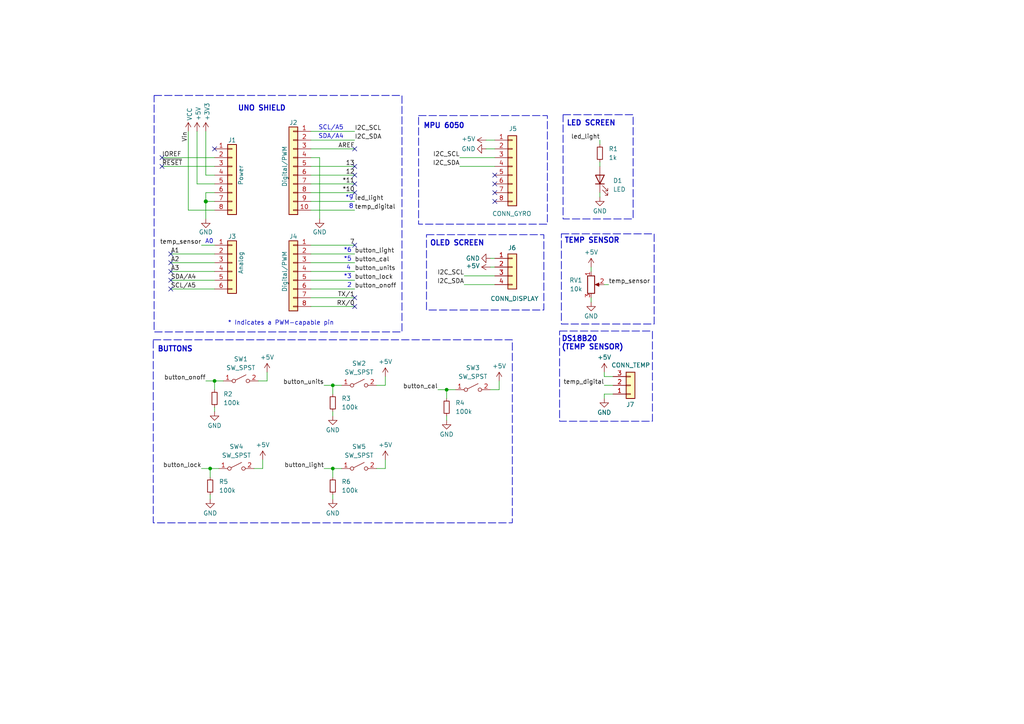
<source format=kicad_sch>
(kicad_sch (version 20231120) (generator "eeschema") (generator_version "8.0")
  (paper "A4")
  (title_block (title "Uno Shield ThermoPro") (date "2025-01-31") (rev "1.0") (company "ALA ASSAF"))
  (lib_symbols
    (symbol "Connector_Generic:Conn_01x03" (pin_names (offset 1.016) hide)
      (property "Reference" "J" (at 0 5.08 0))
      (property "Value" "Conn_01x03" (at 0 -5.08 0))
      (symbol "Conn_01x03_1_1"
        (rectangle (start -1.27 -2.413) (end 0 -2.667) (stroke (width 0.1524)))
        (rectangle (start -1.27 0.127) (end 0 -0.127) (stroke (width 0.1524)))
        (rectangle (start -1.27 2.667) (end 0 2.413) (stroke (width 0.1524)))
        (rectangle (start -1.27 3.81) (end 1.27 -3.81) (stroke (width 0.254)) (fill (type background)))
        (pin passive line (at -5.08 2.54 0) (length 3.81) (name "Pin_1") (number "1"))
        (pin passive line (at -5.08 0 0) (length 3.81) (name "Pin_2") (number "2"))
        (pin passive line (at -5.08 -2.54 0) (length 3.81) (name "Pin_3") (number "3"))
      )
    )
    (symbol "Connector_Generic:Conn_01x04" (pin_names (offset 1.016) hide)
      (property "Reference" "J" (at 0 5.08 0))
      (property "Value" "Conn_01x04" (at 0 -7.62 0))
      (symbol "Conn_01x04_1_1"
        (rectangle (start -1.27 -4.953) (end 0 -5.207) (stroke (width 0.1524)))
        (rectangle (start -1.27 -2.413) (end 0 -2.667) (stroke (width 0.1524)))
        (rectangle (start -1.27 0.127) (end 0 -0.127) (stroke (width 0.1524)))
        (rectangle (start -1.27 2.667) (end 0 2.413) (stroke (width 0.1524)))
        (rectangle (start -1.27 3.81) (end 1.27 -6.35) (stroke (width 0.254)) (fill (type background)))
        (pin passive line (at -5.08 2.54 0) (length 3.81) (name "Pin_1") (number "1"))
        (pin passive line (at -5.08 0 0) (length 3.81) (name "Pin_2") (number "2"))
        (pin passive line (at -5.08 -2.54 0) (length 3.81) (name "Pin_3") (number "3"))
        (pin passive line (at -5.08 -5.08 0) (length 3.81) (name "Pin_4") (number "4"))
      )
    )
    (symbol "Connector_Generic:Conn_01x06" (pin_names (offset 1.016) hide)
      (property "Reference" "J" (at 0 7.62 0))
      (property "Value" "Conn_01x06" (at 0 -10.16 0))
      (symbol "Conn_01x06_1_1"
        (rectangle (start -1.27 -7.493) (end 0 -7.747) (stroke (width 0.1524)))
        (rectangle (start -1.27 -4.953) (end 0 -5.207) (stroke (width 0.1524)))
        (rectangle (start -1.27 -2.413) (end 0 -2.667) (stroke (width 0.1524)))
        (rectangle (start -1.27 0.127) (end 0 -0.127) (stroke (width 0.1524)))
        (rectangle (start -1.27 2.667) (end 0 2.413) (stroke (width 0.1524)))
        (rectangle (start -1.27 5.207) (end 0 4.953) (stroke (width 0.1524)))
        (rectangle (start -1.27 6.35) (end 1.27 -8.89) (stroke (width 0.254)) (fill (type background)))
        (pin passive line (at -5.08 5.08 0) (length 3.81) (name "Pin_1") (number "1"))
        (pin passive line (at -5.08 2.54 0) (length 3.81) (name "Pin_2") (number "2"))
        (pin passive line (at -5.08 0 0) (length 3.81) (name "Pin_3") (number "3"))
        (pin passive line (at -5.08 -2.54 0) (length 3.81) (name "Pin_4") (number "4"))
        (pin passive line (at -5.08 -5.08 0) (length 3.81) (name "Pin_5") (number "5"))
        (pin passive line (at -5.08 -7.62 0) (length 3.81) (name "Pin_6") (number "6"))
      )
    )
    (symbol "Connector_Generic:Conn_01x08" (pin_names (offset 1.016) hide)
      (property "Reference" "J" (at 0 10.16 0))
      (property "Value" "Conn_01x08" (at 0 -12.7 0))
      (symbol "Conn_01x08_1_1"
        (rectangle (start -1.27 -10.033) (end 0 -10.287) (stroke (width 0.1524)))
        (rectangle (start -1.27 -7.493) (end 0 -7.747) (stroke (width 0.1524)))
        (rectangle (start -1.27 -4.953) (end 0 -5.207) (stroke (width 0.1524)))
        (rectangle (start -1.27 -2.413) (end 0 -2.667) (stroke (width 0.1524)))
        (rectangle (start -1.27 0.127) (end 0 -0.127) (stroke (width 0.1524)))
        (rectangle (start -1.27 2.667) (end 0 2.413) (stroke (width 0.1524)))
        (rectangle (start -1.27 5.207) (end 0 4.953) (stroke (width 0.1524)))
        (rectangle (start -1.27 7.747) (end 0 7.493) (stroke (width 0.1524)))
        (rectangle (start -1.27 8.89) (end 1.27 -11.43) (stroke (width 0.254)) (fill (type background)))
        (pin passive line (at -5.08 7.62 0) (length 3.81) (name "Pin_1") (number "1"))
        (pin passive line (at -5.08 5.08 0) (length 3.81) (name "Pin_2") (number "2"))
        (pin passive line (at -5.08 2.54 0) (length 3.81) (name "Pin_3") (number "3"))
        (pin passive line (at -5.08 0 0) (length 3.81) (name "Pin_4") (number "4"))
        (pin passive line (at -5.08 -2.54 0) (length 3.81) (name "Pin_5") (number "5"))
        (pin passive line (at -5.08 -5.08 0) (length 3.81) (name "Pin_6") (number "6"))
        (pin passive line (at -5.08 -7.62 0) (length 3.81) (name "Pin_7") (number "7"))
        (pin passive line (at -5.08 -10.16 0) (length 3.81) (name "Pin_8") (number "8"))
      )
    )
    (symbol "Connector_Generic:Conn_01x10" (pin_names (offset 1.016) hide)
      (property "Reference" "J" (at 0 12.7 0))
      (property "Value" "Conn_01x10" (at 0 -15.24 0))
      (symbol "Conn_01x10_1_1"
        (rectangle (start -1.27 -12.573) (end 0 -12.827) (stroke (width 0.1524)))
        (rectangle (start -1.27 -10.033) (end 0 -10.287) (stroke (width 0.1524)))
        (rectangle (start -1.27 -7.493) (end 0 -7.747) (stroke (width 0.1524)))
        (rectangle (start -1.27 -4.953) (end 0 -5.207) (stroke (width 0.1524)))
        (rectangle (start -1.27 -2.413) (end 0 -2.667) (stroke (width 0.1524)))
        (rectangle (start -1.27 0.127) (end 0 -0.127) (stroke (width 0.1524)))
        (rectangle (start -1.27 2.667) (end 0 2.413) (stroke (width 0.1524)))
        (rectangle (start -1.27 5.207) (end 0 4.953) (stroke (width 0.1524)))
        (rectangle (start -1.27 7.747) (end 0 7.493) (stroke (width 0.1524)))
        (rectangle (start -1.27 10.287) (end 0 10.033) (stroke (width 0.1524)))
        (rectangle (start -1.27 11.43) (end 1.27 -13.97) (stroke (width 0.254)) (fill (type background)))
        (pin passive line (at -5.08 10.16 0) (length 3.81) (name "Pin_1") (number "1"))
        (pin passive line (at -5.08 -12.7 0) (length 3.81) (name "Pin_10") (number "10"))
        (pin passive line (at -5.08 7.62 0) (length 3.81) (name "Pin_2") (number "2"))
        (pin passive line (at -5.08 5.08 0) (length 3.81) (name "Pin_3") (number "3"))
        (pin passive line (at -5.08 2.54 0) (length 3.81) (name "Pin_4") (number "4"))
        (pin passive line (at -5.08 0 0) (length 3.81) (name "Pin_5") (number "5"))
        (pin passive line (at -5.08 -2.54 0) (length 3.81) (name "Pin_6") (number "6"))
        (pin passive line (at -5.08 -5.08 0) (length 3.81) (name "Pin_7") (number "7"))
        (pin passive line (at -5.08 -7.62 0) (length 3.81) (name "Pin_8") (number "8"))
        (pin passive line (at -5.08 -10.16 0) (length 3.81) (name "Pin_9") (number "9"))
      )
    )
    (symbol "Device:LED" (pin_numbers hide) (pin_names (offset 1.016) hide)
      (property "Reference" "D" (at 0 2.54 0))
      (property "Value" "LED" (at 0 -2.54 0))
      (symbol "LED_0_1"
        (polyline (pts (xy -1.27 -1.27) (xy -1.27 1.27)) (stroke (width 0.254)))
        (polyline (pts (xy -1.27 0) (xy 1.27 0)))
        (polyline (pts (xy 1.27 -1.27) (xy 1.27 1.27) (xy -1.27 0) (xy 1.27 -1.27)) (stroke (width 0.254)))
        (polyline (pts (xy -3.048 -0.762) (xy -4.572 -2.286) (xy -3.81 -2.286) (xy -4.572 -2.286) (xy -4.572 -1.524)))
        (polyline (pts (xy -1.778 -0.762) (xy -3.302 -2.286) (xy -2.54 -2.286) (xy -3.302 -2.286) (xy -3.302 -1.524)))
      )
      (symbol "LED_1_1"
        (pin passive line (at -3.81 0 0) (length 2.54) (name "K") (number "1"))
        (pin passive line (at 3.81 0 180) (length 2.54) (name "A") (number "2"))
      )
    )
    (symbol "Device:R_Potentiometer" (pin_names (offset 1.016) hide)
      (property "Reference" "RV" (at -4.445 0 90))
      (property "Value" "R_Potentiometer" (at -2.54 0 90))
      (symbol "R_Potentiometer_0_1"
        (polyline (pts (xy 2.54 0) (xy 1.524 0)))
        (polyline (pts (xy 1.143 0) (xy 2.286 0.508) (xy 2.286 -0.508) (xy 1.143 0)) (fill (type outline)))
        (rectangle (start 1.016 2.54) (end -1.016 -2.54) (stroke (width 0.254)))
      )
      (symbol "R_Potentiometer_1_1"
        (pin passive line (at 0 3.81 270) (length 1.27) (name "1") (number "1"))
        (pin passive line (at 3.81 0 180) (length 1.27) (name "2") (number "2"))
        (pin passive line (at 0 -3.81 90) (length 1.27) (name "3") (number "3"))
      )
    )
    (symbol "Device:R_Small" (pin_numbers hide) (pin_names (offset 0.254) hide)
      (property "Reference" "R" (at 0.762 0.508 0))
      (property "Value" "R_Small" (at 0.762 -1.016 0))
      (symbol "R_Small_0_1"
        (rectangle (start -0.762 1.778) (end 0.762 -1.778) (stroke (width 0.2032)))
      )
      (symbol "R_Small_1_1"
        (pin passive line (at 0 2.54 270) (length 0.762) (name "~") (number "1"))
        (pin passive line (at 0 -2.54 90) (length 0.762) (name "~") (number "2"))
      )
    )
    (symbol "Switch:SW_SPST" (pin_names (offset 0) hide)
      (property "Reference" "SW" (at 0 3.175 0))
      (property "Value" "SW_SPST" (at 0 -2.54 0))
      (symbol "SW_SPST_0_0"
        (circle (center -2.032 0) (radius 0.508))
        (polyline (pts (xy -1.524 0.254) (xy 1.524 1.778)))
        (circle (center 2.032 0) (radius 0.508))
      )
      (symbol "SW_SPST_1_1"
        (pin passive line (at -5.08 0 0) (length 2.54) (name "A") (number "1"))
        (pin passive line (at 5.08 0 180) (length 2.54) (name "B") (number "2"))
      )
    )
    (symbol "power:+3V3" (power) (pin_names (offset 0))
      (property "Value" "+3V3" (at 0 3.556 0))
      (symbol "+3V3_0_1"
        (polyline (pts (xy -0.762 1.27) (xy 0 2.54)))
        (polyline (pts (xy 0 0) (xy 0 2.54)))
        (polyline (pts (xy 0 2.54) (xy 0.762 1.27)))
      )
      (symbol "+3V3_1_1"
        (pin power_in line (at 0 0 90) (length 0) hide (name "+3V3") (number "1"))
      )
    )
    (symbol "power:+5V" (power) (pin_names (offset 0))
      (property "Value" "+5V" (at 0 3.556 0))
      (symbol "+5V_0_1"
        (polyline (pts (xy -0.762 1.27) (xy 0 2.54)))
        (polyline (pts (xy 0 0) (xy 0 2.54)))
        (polyline (pts (xy 0 2.54) (xy 0.762 1.27)))
      )
      (symbol "+5V_1_1"
        (pin power_in line (at 0 0 90) (length 0) hide (name "+5V") (number "1"))
      )
    )
    (symbol "power:GND" (power) (pin_names (offset 0))
      (property "Value" "GND" (at 0 -3.81 0))
      (symbol "GND_0_1"
        (polyline (pts (xy 0 0) (xy 0 -1.27) (xy 1.27 -1.27) (xy 0 -2.54) (xy -1.27 -1.27) (xy 0 -1.27)))
      )
      (symbol "GND_1_1"
        (pin power_in line (at 0 0 270) (length 0) hide (name "GND") (number "1"))
      )
    )
    (symbol "power:VCC" (power) (pin_names (offset 0))
      (property "Value" "VCC" (at 0 3.81 0))
      (symbol "VCC_0_1"
        (polyline (pts (xy -0.762 1.27) (xy 0 2.54)))
        (polyline (pts (xy 0 0) (xy 0 2.54)))
        (polyline (pts (xy 0 2.54) (xy 0.762 1.27)))
      )
      (symbol "VCC_1_1"
        (pin power_in line (at 0 0 90) (length 0) hide (name "VCC") (number "1"))
      )
    )
  )
  (junction (at 96.52 135.89))
  (junction (at 59.69 58.42) (diameter 1.016))
  (junction (at 96.52 111.76))
  (junction (at 129.54 113.03))
  (junction (at 60.96 135.89))
  (junction (at 62.23 110.49))
  (no_connect (at 143.51 50.8))
  (no_connect (at 49.53 78.74))
  (no_connect (at 49.53 81.28))
  (no_connect (at 49.53 73.66))
  (no_connect (at 143.51 53.34))
  (no_connect (at 102.87 43.18))
  (no_connect (at 143.51 55.88))
  (no_connect (at 143.51 58.42))
  (no_connect (at 102.87 48.26))
  (no_connect (at 102.87 55.88))
  (no_connect (at 102.87 50.8))
  (no_connect (at 102.87 86.36))
  (no_connect (at 102.87 88.9))
  (no_connect (at 46.99 45.72))
  (no_connect (at 102.87 71.12))
  (no_connect (at 46.99 48.26))
  (no_connect (at 102.87 53.34))
  (no_connect (at 62.23 43.18))
  (no_connect (at 49.53 83.82))
  (no_connect (at 49.53 76.2))
  (wire (pts (xy 90.17 88.9) (xy 102.87 88.9)))
  (wire (pts (xy 140.97 40.64) (xy 143.51 40.64)))
  (wire (pts (xy 90.17 55.88) (xy 102.87 55.88)))
  (wire (pts (xy 133.35 48.26) (xy 143.51 48.26)))
  (wire (pts (xy 90.17 38.1) (xy 102.87 38.1)))
  (wire (pts (xy 96.52 119.38) (xy 96.52 120.65)))
  (wire (pts (xy 96.52 138.43) (xy 96.52 135.89)))
  (wire (pts (xy 59.69 55.88) (xy 59.69 58.42)))
  (wire (pts (xy 49.53 83.82) (xy 62.23 83.82)))
  (wire (pts (xy 58.42 71.12) (xy 62.23 71.12)))
  (wire (pts (xy 93.98 135.89) (xy 96.52 135.89)))
  (wire (pts (xy 134.62 82.55) (xy 143.51 82.55)))
  (wire (pts (xy 59.69 58.42) (xy 59.69 63.5)))
  (wire (pts (xy 59.69 50.8) (xy 62.23 50.8)))
  (wire (pts (xy 177.8 109.22) (xy 175.26 109.22)))
  (wire (pts (xy 57.15 53.34) (xy 62.23 53.34)))
  (wire (pts (xy 73.66 135.89) (xy 76.2 135.89)))
  (wire (pts (xy 171.45 77.47) (xy 171.45 78.74)))
  (wire (pts (xy 57.15 38.1) (xy 57.15 53.34)))
  (wire (pts (xy 96.52 135.89) (xy 99.06 135.89)))
  (wire (pts (xy 175.26 114.3) (xy 175.26 115.57)))
  (wire (pts (xy 90.17 48.26) (xy 102.87 48.26)))
  (wire (pts (xy 59.69 38.1) (xy 59.69 50.8)))
  (wire (pts (xy 90.17 71.12) (xy 102.87 71.12)))
  (wire (pts (xy 96.52 111.76) (xy 99.06 111.76)))
  (wire (pts (xy 90.17 50.8) (xy 102.87 50.8)))
  (wire (pts (xy 90.17 73.66) (xy 102.87 73.66)))
  (wire (pts (xy 109.22 111.76) (xy 111.76 111.76)))
  (wire (pts (xy 144.78 113.03) (xy 144.78 110.49)))
  (wire (pts (xy 142.24 74.93) (xy 143.51 74.93)))
  (wire (pts (xy 62.23 118.11) (xy 62.23 119.38)))
  (wire (pts (xy 109.22 135.89) (xy 111.76 135.89)))
  (wire (pts (xy 90.17 58.42) (xy 102.87 58.42)))
  (wire (pts (xy 59.69 110.49) (xy 62.23 110.49)))
  (wire (pts (xy 129.54 115.57) (xy 129.54 113.03)))
  (wire (pts (xy 93.98 111.76) (xy 96.52 111.76)))
  (wire (pts (xy 90.17 78.74) (xy 102.87 78.74)))
  (wire (pts (xy 60.96 143.51) (xy 60.96 144.78)))
  (wire (pts (xy 46.99 45.72) (xy 62.23 45.72)))
  (wire (pts (xy 74.93 110.49) (xy 77.47 110.49)))
  (wire (pts (xy 173.99 46.99) (xy 173.99 48.26)))
  (wire (pts (xy 92.71 45.72) (xy 92.71 63.5)))
  (wire (pts (xy 96.52 143.51) (xy 96.52 144.78)))
  (wire (pts (xy 90.17 43.18) (xy 102.87 43.18)))
  (wire (pts (xy 175.26 82.55) (xy 176.53 82.55)))
  (wire (pts (xy 134.62 80.01) (xy 143.51 80.01)))
  (wire (pts (xy 175.26 109.22) (xy 175.26 107.95)))
  (wire (pts (xy 62.23 76.2) (xy 49.53 76.2)))
  (wire (pts (xy 46.99 48.26) (xy 62.23 48.26)))
  (wire (pts (xy 62.23 113.03) (xy 62.23 110.49)))
  (wire (pts (xy 62.23 58.42) (xy 59.69 58.42)))
  (wire (pts (xy 177.8 114.3) (xy 175.26 114.3)))
  (wire (pts (xy 171.45 87.63) (xy 171.45 86.36)))
  (wire (pts (xy 62.23 60.96) (xy 54.61 60.96)))
  (wire (pts (xy 111.76 111.76) (xy 111.76 109.22)))
  (wire (pts (xy 49.53 73.66) (xy 62.23 73.66)))
  (wire (pts (xy 175.26 111.76) (xy 177.8 111.76)))
  (wire (pts (xy 140.97 43.18) (xy 143.51 43.18)))
  (wire (pts (xy 129.54 120.65) (xy 129.54 121.92)))
  (wire (pts (xy 127 113.03) (xy 129.54 113.03)))
  (wire (pts (xy 90.17 45.72) (xy 92.71 45.72)))
  (wire (pts (xy 142.24 113.03) (xy 144.78 113.03)))
  (wire (pts (xy 111.76 135.89) (xy 111.76 133.35)))
  (wire (pts (xy 60.96 135.89) (xy 63.5 135.89)))
  (wire (pts (xy 62.23 55.88) (xy 59.69 55.88)))
  (wire (pts (xy 96.52 114.3) (xy 96.52 111.76)))
  (wire (pts (xy 62.23 110.49) (xy 64.77 110.49)))
  (wire (pts (xy 90.17 53.34) (xy 102.87 53.34)))
  (wire (pts (xy 129.54 113.03) (xy 132.08 113.03)))
  (wire (pts (xy 58.42 135.89) (xy 60.96 135.89)))
  (wire (pts (xy 90.17 76.2) (xy 102.87 76.2)))
  (wire (pts (xy 142.24 77.47) (xy 143.51 77.47)))
  (wire (pts (xy 49.53 78.74) (xy 62.23 78.74)))
  (wire (pts (xy 76.2 135.89) (xy 76.2 133.35)))
  (wire (pts (xy 60.96 138.43) (xy 60.96 135.89)))
  (wire (pts (xy 173.99 55.88) (xy 173.99 57.15)))
  (wire (pts (xy 133.35 45.72) (xy 143.51 45.72)))
  (wire (pts (xy 77.47 110.49) (xy 77.47 107.95)))
  (wire (pts (xy 90.17 40.64) (xy 102.87 40.64)))
  (wire (pts (xy 90.17 83.82) (xy 102.87 83.82)))
  (wire (pts (xy 173.99 40.64) (xy 173.99 41.91)))
  (wire (pts (xy 90.17 81.28) (xy 102.87 81.28)))
  (wire (pts (xy 90.17 86.36) (xy 102.87 86.36)))
  (wire (pts (xy 54.61 60.96) (xy 54.61 38.1)))
  (wire (pts (xy 62.23 81.28) (xy 49.53 81.28)))
  (wire (pts (xy 90.17 60.96) (xy 102.87 60.96)))
  (rectangle (start 44.45 98.552) (end 148.59 151.638) (stroke (width 0.2) (type dash)))
  (rectangle (start 123.698 68.072) (end 157.734 89.916) (stroke (width 0.2) (type dash)))
  (rectangle (start 163.322 33.274) (end 183.642 63.5) (stroke (width 0.2) (type dash)))
  (rectangle (start 44.704 27.686) (end 116.586 96.266) (stroke (width 0.2) (type dash)))
  (rectangle (start 121.412 33.528) (end 158.75 65.024) (stroke (width 0.2) (type dash)))
  (rectangle (start 162.306 96.012) (end 189.23 122.174) (stroke (width 0.2) (type dash)))
  (rectangle (start 162.814 67.818) (end 189.738 93.98) (stroke (width 0.2) (type dash)))
  (text "DS18B20\n(TEMP SENSOR)" (at 162.814 99.568 0) (effects (font (size 1.5 1.5) (thickness 0.3) (bold yes)) (justify left)))
  (text "OLED SCREEN" (at 132.588 70.612 0) (effects (font (size 1.5 1.5) (thickness 0.3) (bold yes))))
  (text "A0\n" (at 60.706 70.104 0) (effects (font (size 1.27 1.27))))
  (text "LED SCREEN" (at 171.45 35.814 0) (effects (font (size 1.5 1.5) (thickness 0.3) (bold yes))))
  (text "8" (at 101.854 59.944 0) (effects (font (size 1.27 1.27))))
  (text "*9" (at 101.346 57.404 0) (effects (font (size 1.27 1.27))))
  (text "TEMP SENSOR" (at 171.704 69.85 0) (effects (font (size 1.5 1.5) (thickness 0.3) (bold yes))))
  (text "UNO SHIELD" (at 75.946 31.496 0) (effects (font (size 1.5 1.5) (thickness 0.3) (bold yes))))
  (text "MPU 6050" (at 128.778 36.576 0) (effects (font (size 1.5 1.5) (thickness 0.3) (bold yes))))
  (text "SCL/A5" (at 96.012 37.084 0) (effects (font (size 1.27 1.27))))
  (text "*6" (at 100.838 72.644 0) (effects (font (size 1.27 1.27))))
  (text "SDA/A4" (at 96.012 39.624 0) (effects (font (size 1.27 1.27))))
  (text "BUTTONS" (at 50.8 101.346 0) (effects (font (size 1.5 1.5) (thickness 0.3) (bold yes))))
  (text "*5" (at 100.838 75.184 0) (effects (font (size 1.27 1.27))))
  (text "*3" (at 100.838 80.264 0) (effects (font (size 1.27 1.27))))
  (text "* Indicates a PWM-capable pin" (at 66.04 94.488 0) (effects (font (size 1.27 1.27)) (justify left bottom)))
  (text "2\n" (at 101.346 82.804 0) (effects (font (size 1.27 1.27))))
  (text "4" (at 101.092 77.724 0) (effects (font (size 1.27 1.27))))
  (label "RX{slash}0" (at 102.87 88.9 180))
  (label "button_light" (at 93.98 135.89 180))
  (label "A2" (at 49.53 76.2 0))
  (label "I2C_SDA" (at 134.62 82.55 180))
  (label "button_cal" (at 127 113.03 180))
  (label "A3" (at 49.53 78.74 0))
  (label "I2C_SCL" (at 133.35 45.72 180))
  (label "button_onoff" (at 59.69 110.49 180))
  (label "13" (at 102.87 48.26 180))
  (label "12" (at 102.87 50.8 180))
  (label "~{RESET}" (at 46.99 48.26 0))
  (label "I2C_SCL" (at 102.87 38.1 0))
  (label "I2C_SDA" (at 102.87 40.64 0))
  (label "*10" (at 102.87 55.88 180))
  (label "I2C_SCL" (at 134.62 80.01 180))
  (label "button_cal" (at 102.87 76.2 0))
  (label "temp_sensor" (at 58.42 71.12 180))
  (label "temp_digital" (at 175.26 111.76 180))
  (label "button_onoff" (at 102.87 83.82 0))
  (label "7" (at 102.87 71.12 180))
  (label "button_units" (at 102.87 78.74 0))
  (label "*11" (at 102.87 53.34 180))
  (label "button_lock" (at 58.42 135.89 180))
  (label "led_light" (at 102.87 58.42 0))
  (label "led_light" (at 173.99 40.64 180))
  (label "temp_digital" (at 102.87 60.96 0))
  (label "A1" (at 49.53 73.66 0))
  (label "TX{slash}1" (at 102.87 86.36 180))
  (label "button_units" (at 93.98 111.76 180))
  (label "AREF" (at 102.87 43.18 180))
  (label "I2C_SDA" (at 133.35 48.26 180))
  (label "Vin" (at 54.61 38.1 270))
  (label "button_lock" (at 102.87 81.28 0))
  (label "IOREF" (at 46.99 45.72 0))
  (label "button_light" (at 102.87 73.66 0))
  (label "SDA{slash}A4" (at 49.53 81.28 0))
  (label "SCL{slash}A5" (at 49.53 83.82 0))
  (label "temp_sensor" (at 176.53 82.55 0))
  (symbol (lib_id "Connector_Generic:Conn_01x08") (at 67.31 50.8 0) (unit 1)
    (property "Reference" "J1" (at 67.31 40.64 0))
    (property "Value" "Power" (at 69.85 50.8 90))
    (property "Footprint" "Connector_PinSocket_2.54mm:PinSocket_1x08_P2.54mm_Vertical" (effects (hide yes)))
  )
  (symbol (lib_id "power:+3V3") (at 59.69 38.1 0) (unit 1)
    (property "Reference" "#PWR03" (effects (hide yes)))
    (property "Value" "+3V3" (at 60.071 35.052 90) (effects (justify left)))
  )
  (symbol (lib_id "power:+5V") (at 57.15 38.1 0) (unit 1)
    (property "Reference" "#PWR02" (effects (hide yes)))
    (property "Value" "+5V" (at 57.5056 35.052 90) (effects (justify left)))
  )
  (symbol (lib_id "power:GND") (at 59.69 63.5 0) (unit 1)
    (property "Reference" "#PWR07" (effects (hide yes)))
    (property "Value" "GND" (at 59.69 67.31 0))
  )
  (symbol (lib_id "Connector_Generic:Conn_01x10") (at 85.09 48.26 0) (mirror y) (unit 1)
    (property "Reference" "J2" (at 85.09 35.56 0))
    (property "Value" "Digital/PWM" (at 82.55 48.26 90))
    (property "Footprint" "Connector_PinSocket_2.54mm:PinSocket_1x10_P2.54mm_Vertical" (effects (hide yes)))
  )
  (symbol (lib_id "power:GND") (at 92.71 63.5 0) (unit 1)
    (property "Reference" "#PWR08" (effects (hide yes)))
    (property "Value" "GND" (at 92.71 67.31 0))
  )
  (symbol (lib_id "Connector_Generic:Conn_01x06") (at 67.31 76.2 0) (unit 1)
    (property "Reference" "J3" (at 67.31 68.58 0))
    (property "Value" "Analog" (at 69.85 76.2 90))
    (property "Footprint" "Connector_PinSocket_2.54mm:PinSocket_1x06_P2.54mm_Vertical" (effects (hide yes)))
  )
  (symbol (lib_id "Connector_Generic:Conn_01x08") (at 85.09 78.74 0) (mirror y) (unit 1)
    (property "Reference" "J4" (at 85.09 68.58 0))
    (property "Value" "Digital/PWM" (at 82.55 78.74 90))
    (property "Footprint" "Connector_PinSocket_2.54mm:PinSocket_1x08_P2.54mm_Vertical" (effects (hide yes)))
  )
  (symbol (lib_id "power:GND") (at 62.23 119.38 0) (unit 1)
    (property "Reference" "#PWR016" (effects (hide yes)))
    (property "Value" "GND" (at 62.23 123.444 0))
  )
  (symbol (lib_id "Device:R_Small") (at 62.23 115.57 0) (unit 1)
    (property "Reference" "R2" (at 64.77 114.2999 0) (effects (justify left)))
    (property "Value" "100k" (at 64.77 116.8399 0) (effects (justify left)))
    (property "Footprint" "Resistor_THT:R_Axial_DIN0207_L6.3mm_D2.5mm_P10.16mm_Horizontal" (effects (hide yes)))
    (property "Description" "Resistor, small symbol" (effects (hide yes)))
  )
  (symbol (lib_id "Switch:SW_SPST") (at 104.14 111.76 0) (unit 1)
    (property "Reference" "SW2" (at 104.14 105.41 0))
    (property "Value" "SW_SPST" (at 104.14 107.95 0))
    (property "Footprint" "Button_Switch_THT:SW_PUSH_6mm" (effects (hide yes)))
    (property "Description" "Single Pole Single Throw (SPST) switch" (effects (hide yes)))
  )
  (symbol (lib_id "power:+5V") (at 77.47 107.95 0) (unit 1)
    (property "Reference" "#PWR013" (effects (hide yes)))
    (property "Value" "+5V" (at 75.438 103.632 0) (effects (justify left)))
  )
  (symbol (lib_id "power:+5V") (at 140.97 40.64 90) (unit 1)
    (property "Reference" "#PWR04" (effects (hide yes)))
    (property "Value" "+5V" (at 137.922 40.2844 90) (effects (justify left)))
  )
  (symbol (lib_id "power:GND") (at 142.24 74.93 270) (unit 1)
    (property "Reference" "#PWR09" (effects (hide yes)))
    (property "Value" "GND" (at 137.16 74.93 90))
  )
  (symbol (lib_id "power:+5V") (at 171.45 77.47 0) (unit 1)
    (property "Reference" "#PWR011" (effects (hide yes)))
    (property "Value" "+5V" (at 169.418 73.152 0) (effects (justify left)))
  )
  (symbol (lib_id "Device:R_Potentiometer") (at 171.45 82.55 0) (unit 1)
    (property "Reference" "RV1" (at 168.91 81.2799 0) (effects (justify right)))
    (property "Value" "10k" (at 168.91 83.8199 0) (effects (justify right)))
    (property "Footprint" "Potentiometer_THT:Potentiometer_Bourns_3386P_Vertical" (effects (hide yes)))
    (property "Description" "Potentiometer" (effects (hide yes)))
  )
  (symbol (lib_id "power:VCC") (at 54.61 38.1 0) (unit 1)
    (property "Reference" "#PWR01" (effects (hide yes)))
    (property "Value" "VCC" (at 54.991 35.052 90) (effects (justify left)))
  )
  (symbol (lib_id "Switch:SW_SPST") (at 137.16 113.03 0) (unit 1)
    (property "Reference" "SW3" (at 137.16 106.68 0))
    (property "Value" "SW_SPST" (at 137.16 109.22 0))
    (property "Footprint" "Button_Switch_THT:SW_PUSH_6mm" (effects (hide yes)))
    (property "Description" "Single Pole Single Throw (SPST) switch" (effects (hide yes)))
  )
  (symbol (lib_id "power:+5V") (at 111.76 109.22 0) (unit 1)
    (property "Reference" "#PWR014" (effects (hide yes)))
    (property "Value" "+5V" (at 109.728 104.902 0) (effects (justify left)))
  )
  (symbol (lib_id "Device:R_Small") (at 96.52 116.84 0) (unit 1)
    (property "Reference" "R3" (at 99.06 115.5699 0) (effects (justify left)))
    (property "Value" "100k" (at 99.06 118.1099 0) (effects (justify left)))
    (property "Footprint" "Resistor_THT:R_Axial_DIN0207_L6.3mm_D2.5mm_P10.16mm_Horizontal" (effects (hide yes)))
    (property "Description" "Resistor, small symbol" (effects (hide yes)))
  )
  (symbol (lib_id "Switch:SW_SPST") (at 104.14 135.89 0) (unit 1)
    (property "Reference" "SW5" (at 104.14 129.54 0))
    (property "Value" "SW_SPST" (at 104.14 132.08 0))
    (property "Footprint" "Button_Switch_THT:SW_PUSH_6mm" (effects (hide yes)))
    (property "Description" "Single Pole Single Throw (SPST) switch" (effects (hide yes)))
  )
  (symbol (lib_id "Connector_Generic:Conn_01x03") (at 182.88 111.76 0) (mirror x) (unit 1)
    (property "Reference" "J7" (at 181.61 117.348 0) (effects (justify left)))
    (property "Value" "CONN_TEMP" (at 177.292 105.918 0) (effects (justify left)))
    (property "Footprint" "Connector_JST:JST_XH_B3B-XH-A_1x03_P2.50mm_Vertical" (effects (hide yes)))
    (property "Description" "Generic connector, single row, 01x03, script generated (kicad-library-utils/schlib/autogen/connector/)" (effects (hide yes)))
  )
  (symbol (lib_id "power:GND") (at 129.54 121.92 0) (unit 1)
    (property "Reference" "#PWR018" (effects (hide yes)))
    (property "Value" "GND" (at 129.54 125.984 0))
  )
  (symbol (lib_id "power:GND") (at 171.45 87.63 0) (unit 1)
    (property "Reference" "#PWR012" (effects (hide yes)))
    (property "Value" "GND" (at 171.45 91.694 0))
  )
  (symbol (lib_id "power:GND") (at 96.52 144.78 0) (unit 1)
    (property "Reference" "#PWR022" (effects (hide yes)))
    (property "Value" "GND" (at 96.52 148.844 0))
  )
  (symbol (lib_id "Device:R_Small") (at 60.96 140.97 0) (unit 1)
    (property "Reference" "R5" (at 63.5 139.6999 0) (effects (justify left)))
    (property "Value" "100k" (at 63.5 142.2399 0) (effects (justify left)))
    (property "Footprint" "Resistor_THT:R_Axial_DIN0207_L6.3mm_D2.5mm_P10.16mm_Horizontal" (effects (hide yes)))
    (property "Description" "Resistor, small symbol" (effects (hide yes)))
  )
  (symbol (lib_id "Device:R_Small") (at 96.52 140.97 0) (unit 1)
    (property "Reference" "R6" (at 99.06 139.6999 0) (effects (justify left)))
    (property "Value" "100k" (at 99.06 142.2399 0) (effects (justify left)))
    (property "Footprint" "Resistor_THT:R_Axial_DIN0207_L6.3mm_D2.5mm_P10.16mm_Horizontal" (effects (hide yes)))
    (property "Description" "Resistor, small symbol" (effects (hide yes)))
  )
  (symbol (lib_id "power:GND") (at 173.99 57.15 0) (unit 1)
    (property "Reference" "#PWR06" (effects (hide yes)))
    (property "Value" "GND" (at 173.99 61.214 0))
  )
  (symbol (lib_id "power:GND") (at 60.96 144.78 0) (unit 1)
    (property "Reference" "#PWR021" (effects (hide yes)))
    (property "Value" "GND" (at 60.96 148.844 0))
  )
  (symbol (lib_id "power:+5V") (at 111.76 133.35 0) (unit 1)
    (property "Reference" "#PWR020" (effects (hide yes)))
    (property "Value" "+5V" (at 109.728 129.032 0) (effects (justify left)))
  )
  (symbol (lib_id "power:+5V") (at 175.26 107.95 0) (unit 1)
    (property "Reference" "#PWR023" (effects (hide yes)))
    (property "Value" "+5V" (at 173.228 103.632 0) (effects (justify left)))
  )
  (symbol (lib_id "Connector_Generic:Conn_01x08") (at 148.59 48.26 0) (unit 1)
    (property "Reference" "J5" (at 147.574 37.338 0) (effects (justify left)))
    (property "Value" "CONN_GYRO" (at 142.748 61.976 0) (effects (justify left)))
    (property "Footprint" "Connector_PinSocket_2.54mm:PinSocket_1x08_P2.54mm_Vertical" (effects (hide yes)))
    (property "Description" "Generic connector, single row, 01x08, script generated (kicad-library-utils/schlib/autogen/connector/)" (effects (hide yes)))
  )
  (symbol (lib_id "Switch:SW_SPST") (at 69.85 110.49 0) (unit 1)
    (property "Reference" "SW1" (at 69.85 104.14 0))
    (property "Value" "SW_SPST" (at 69.85 106.68 0))
    (property "Footprint" "Button_Switch_THT:SW_PUSH_6mm" (effects (hide yes)))
    (property "Description" "Single Pole Single Throw (SPST) switch" (effects (hide yes)))
  )
  (symbol (lib_id "power:GND") (at 140.97 43.18 270) (unit 1)
    (property "Reference" "#PWR05" (effects (hide yes)))
    (property "Value" "GND" (at 135.89 43.18 90))
  )
  (symbol (lib_id "power:+5V") (at 144.78 110.49 0) (unit 1)
    (property "Reference" "#PWR015" (effects (hide yes)))
    (property "Value" "+5V" (at 142.748 106.172 0) (effects (justify left)))
  )
  (symbol (lib_id "power:+5V") (at 142.24 77.47 90) (unit 1)
    (property "Reference" "#PWR010" (effects (hide yes)))
    (property "Value" "+5V" (at 139.192 77.1144 90) (effects (justify left)))
  )
  (symbol (lib_id "power:GND") (at 175.26 115.57 0) (unit 1)
    (property "Reference" "#PWR024" (effects (hide yes)))
    (property "Value" "GND" (at 175.26 119.634 0))
  )
  (symbol (lib_id "Device:LED") (at 173.99 52.07 90) (unit 1)
    (property "Reference" "D1" (at 177.8 52.3874 90) (effects (justify right)))
    (property "Value" "LED" (at 177.8 54.9274 90) (effects (justify right)))
    (property "Footprint" "LED_THT:LED_D5.0mm" (effects (hide yes)))
    (property "Description" "Light emitting diode" (effects (hide yes)))
  )
  (symbol (lib_id "power:GND") (at 96.52 120.65 0) (unit 1)
    (property "Reference" "#PWR017" (effects (hide yes)))
    (property "Value" "GND" (at 96.52 124.714 0))
  )
  (symbol (lib_id "Switch:SW_SPST") (at 68.58 135.89 0) (unit 1)
    (property "Reference" "SW4" (at 68.58 129.54 0))
    (property "Value" "SW_SPST" (at 68.58 132.08 0))
    (property "Footprint" "Button_Switch_THT:SW_PUSH_6mm" (effects (hide yes)))
    (property "Description" "Single Pole Single Throw (SPST) switch" (effects (hide yes)))
  )
  (symbol (lib_id "Device:R_Small") (at 129.54 118.11 0) (unit 1)
    (property "Reference" "R4" (at 132.08 116.8399 0) (effects (justify left)))
    (property "Value" "100k" (at 132.08 119.3799 0) (effects (justify left)))
    (property "Footprint" "Resistor_THT:R_Axial_DIN0207_L6.3mm_D2.5mm_P10.16mm_Horizontal" (effects (hide yes)))
    (property "Description" "Resistor, small symbol" (effects (hide yes)))
  )
  (symbol (lib_id "Device:R_Small") (at 173.99 44.45 0) (unit 1)
    (property "Reference" "R1" (at 176.53 43.1799 0) (effects (justify left)))
    (property "Value" "1k" (at 176.53 45.7199 0) (effects (justify left)))
    (property "Footprint" "Resistor_THT:R_Axial_DIN0207_L6.3mm_D2.5mm_P10.16mm_Horizontal" (effects (hide yes)))
    (property "Description" "Resistor, small symbol" (effects (hide yes)))
  )
  (symbol (lib_id "Connector_Generic:Conn_01x04") (at 148.59 77.47 0) (unit 1)
    (property "Reference" "J6" (at 147.32 71.882 0) (effects (justify left)))
    (property "Value" "CONN_DISPLAY" (at 142.24 86.614 0) (effects (justify left)))
    (property "Footprint" "Connector_PinSocket_2.54mm:PinSocket_1x04_P2.54mm_Vertical" (effects (hide yes)))
    (property "Description" "Generic connector, single row, 01x04, script generated (kicad-library-utils/schlib/autogen/connector/)" (effects (hide yes)))
  )
  (symbol (lib_id "power:+5V") (at 76.2 133.35 0) (unit 1)
    (property "Reference" "#PWR019" (effects (hide yes)))
    (property "Value" "+5V" (at 74.168 129.032 0) (effects (justify left)))
  )
)
</source>
